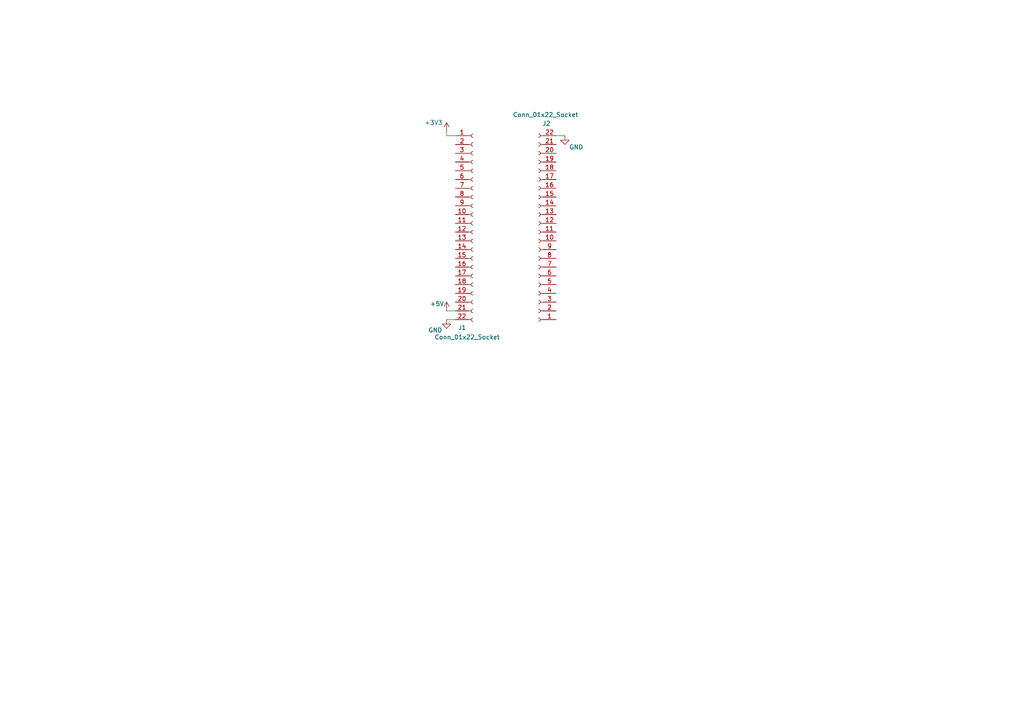
<source format=kicad_sch>
(kicad_sch (version 20250114) (generator "eeschema") (generator_version "9.0")
  (paper "A4")
  (lib_symbols
    (symbol "Connector:Conn_01x22_Socket" (pin_names (offset 1.016) (hide yes))
      (property "Reference" "J" (at 0 27.94 0))
      (property "Value" "Conn_01x22_Socket" (at 0 -30.48 0))
      (symbol "Conn_01x22_Socket_1_1"
        (polyline (pts (xy -1.27 25.4) (xy -0.508 25.4)) (stroke (width 0.1524)))
        (polyline (pts (xy -1.27 22.86) (xy -0.508 22.86)) (stroke (width 0.1524)))
        (polyline (pts (xy -1.27 20.32) (xy -0.508 20.32)) (stroke (width 0.1524)))
        (polyline (pts (xy -1.27 17.78) (xy -0.508 17.78)) (stroke (width 0.1524)))
        (polyline (pts (xy -1.27 15.24) (xy -0.508 15.24)) (stroke (width 0.1524)))
        (polyline (pts (xy -1.27 12.7) (xy -0.508 12.7)) (stroke (width 0.1524)))
        (polyline (pts (xy -1.27 10.16) (xy -0.508 10.16)) (stroke (width 0.1524)))
        (polyline (pts (xy -1.27 7.62) (xy -0.508 7.62)) (stroke (width 0.1524)))
        (polyline (pts (xy -1.27 5.08) (xy -0.508 5.08)) (stroke (width 0.1524)))
        (polyline (pts (xy -1.27 2.54) (xy -0.508 2.54)) (stroke (width 0.1524)))
        (polyline (pts (xy -1.27 0) (xy -0.508 0)) (stroke (width 0.1524)))
        (polyline (pts (xy -1.27 -2.54) (xy -0.508 -2.54)) (stroke (width 0.1524)))
        (polyline (pts (xy -1.27 -5.08) (xy -0.508 -5.08)) (stroke (width 0.1524)))
        (polyline (pts (xy -1.27 -7.62) (xy -0.508 -7.62)) (stroke (width 0.1524)))
        (polyline (pts (xy -1.27 -10.16) (xy -0.508 -10.16)) (stroke (width 0.1524)))
        (polyline (pts (xy -1.27 -12.7) (xy -0.508 -12.7)) (stroke (width 0.1524)))
        (polyline (pts (xy -1.27 -15.24) (xy -0.508 -15.24)) (stroke (width 0.1524)))
        (polyline (pts (xy -1.27 -17.78) (xy -0.508 -17.78)) (stroke (width 0.1524)))
        (polyline (pts (xy -1.27 -20.32) (xy -0.508 -20.32)) (stroke (width 0.1524)))
        (polyline (pts (xy -1.27 -22.86) (xy -0.508 -22.86)) (stroke (width 0.1524)))
        (polyline (pts (xy -1.27 -25.4) (xy -0.508 -25.4)) (stroke (width 0.1524)))
        (polyline (pts (xy -1.27 -27.94) (xy -0.508 -27.94)) (stroke (width 0.1524)))
        (arc (start 0 24.892) (mid -0.5058 25.4) (end 0 25.908) (stroke (width 0.1524)))
        (arc (start 0 22.352) (mid -0.5058 22.86) (end 0 23.368) (stroke (width 0.1524)))
        (arc (start 0 19.812) (mid -0.5058 20.32) (end 0 20.828) (stroke (width 0.1524)))
        (arc (start 0 17.272) (mid -0.5058 17.78) (end 0 18.288) (stroke (width 0.1524)))
        (arc (start 0 14.732) (mid -0.5058 15.24) (end 0 15.748) (stroke (width 0.1524)))
        (arc (start 0 12.192) (mid -0.5058 12.7) (end 0 13.208) (stroke (width 0.1524)))
        (arc (start 0 9.652) (mid -0.5058 10.16) (end 0 10.668) (stroke (width 0.1524)))
        (arc (start 0 7.112) (mid -0.5058 7.62) (end 0 8.128) (stroke (width 0.1524)))
        (arc (start 0 4.572) (mid -0.5058 5.08) (end 0 5.588) (stroke (width 0.1524)))
        (arc (start 0 2.032) (mid -0.5058 2.54) (end 0 3.048) (stroke (width 0.1524)))
        (arc (start 0 -0.508) (mid -0.5058 0) (end 0 0.508) (stroke (width 0.1524)))
        (arc (start 0 -3.048) (mid -0.5058 -2.54) (end 0 -2.032) (stroke (width 0.1524)))
        (arc (start 0 -5.588) (mid -0.5058 -5.08) (end 0 -4.572) (stroke (width 0.1524)))
        (arc (start 0 -8.128) (mid -0.5058 -7.62) (end 0 -7.112) (stroke (width 0.1524)))
        (arc (start 0 -10.668) (mid -0.5058 -10.16) (end 0 -9.652) (stroke (width 0.1524)))
        (arc (start 0 -13.208) (mid -0.5058 -12.7) (end 0 -12.192) (stroke (width 0.1524)))
        (arc (start 0 -15.748) (mid -0.5058 -15.24) (end 0 -14.732) (stroke (width 0.1524)))
        (arc (start 0 -18.288) (mid -0.5058 -17.78) (end 0 -17.272) (stroke (width 0.1524)))
        (arc (start 0 -20.828) (mid -0.5058 -20.32) (end 0 -19.812) (stroke (width 0.1524)))
        (arc (start 0 -23.368) (mid -0.5058 -22.86) (end 0 -22.352) (stroke (width 0.1524)))
        (arc (start 0 -25.908) (mid -0.5058 -25.4) (end 0 -24.892) (stroke (width 0.1524)))
        (arc (start 0 -28.448) (mid -0.5058 -27.94) (end 0 -27.432) (stroke (width 0.1524)))
        (pin passive line (at -5.08 25.4 0) (length 3.81) (name "Pin_1") (number "1"))
        (pin passive line (at -5.08 22.86 0) (length 3.81) (name "Pin_2") (number "2"))
        (pin passive line (at -5.08 20.32 0) (length 3.81) (name "Pin_3") (number "3"))
        (pin passive line (at -5.08 17.78 0) (length 3.81) (name "Pin_4") (number "4"))
        (pin passive line (at -5.08 15.24 0) (length 3.81) (name "Pin_5") (number "5"))
        (pin passive line (at -5.08 12.7 0) (length 3.81) (name "Pin_6") (number "6"))
        (pin passive line (at -5.08 10.16 0) (length 3.81) (name "Pin_7") (number "7"))
        (pin passive line (at -5.08 7.62 0) (length 3.81) (name "Pin_8") (number "8"))
        (pin passive line (at -5.08 5.08 0) (length 3.81) (name "Pin_9") (number "9"))
        (pin passive line (at -5.08 2.54 0) (length 3.81) (name "Pin_10") (number "10"))
        (pin passive line (at -5.08 0 0) (length 3.81) (name "Pin_11") (number "11"))
        (pin passive line (at -5.08 -2.54 0) (length 3.81) (name "Pin_12") (number "12"))
        (pin passive line (at -5.08 -5.08 0) (length 3.81) (name "Pin_13") (number "13"))
        (pin passive line (at -5.08 -7.62 0) (length 3.81) (name "Pin_14") (number "14"))
        (pin passive line (at -5.08 -10.16 0) (length 3.81) (name "Pin_15") (number "15"))
        (pin passive line (at -5.08 -12.7 0) (length 3.81) (name "Pin_16") (number "16"))
        (pin passive line (at -5.08 -15.24 0) (length 3.81) (name "Pin_17") (number "17"))
        (pin passive line (at -5.08 -17.78 0) (length 3.81) (name "Pin_18") (number "18"))
        (pin passive line (at -5.08 -20.32 0) (length 3.81) (name "Pin_19") (number "19"))
        (pin passive line (at -5.08 -22.86 0) (length 3.81) (name "Pin_20") (number "20"))
        (pin passive line (at -5.08 -25.4 0) (length 3.81) (name "Pin_21") (number "21"))
        (pin passive line (at -5.08 -27.94 0) (length 3.81) (name "Pin_22") (number "22"))
      )
    )
    (symbol "power:+3V3" (power) (pin_numbers (hide yes)) (pin_names (offset 0) (hide yes))
      (property "Value" "+3V3" (at 0 3.556 0))
      (symbol "+3V3_0_1"
        (polyline (pts (xy -0.762 1.27) (xy 0 2.54)))
        (polyline (pts (xy 0 2.54) (xy 0.762 1.27)))
        (polyline (pts (xy 0 0) (xy 0 2.54)))
      )
      (symbol "+3V3_1_1"
        (pin power_in line (at 0 0 90) (length 0) (name "~") (number "1"))
      )
    )
    (symbol "power:+5V" (power) (pin_numbers (hide yes)) (pin_names (offset 0) (hide yes))
      (property "Value" "+5V" (at 0 3.556 0))
      (symbol "+5V_0_1"
        (polyline (pts (xy -0.762 1.27) (xy 0 2.54)))
        (polyline (pts (xy 0 2.54) (xy 0.762 1.27)))
        (polyline (pts (xy 0 0) (xy 0 2.54)))
      )
      (symbol "+5V_1_1"
        (pin power_in line (at 0 0 90) (length 0) (name "~") (number "1"))
      )
    )
    (symbol "power:GND" (power) (pin_numbers (hide yes)) (pin_names (offset 0) (hide yes))
      (property "Value" "GND" (at 0 -3.81 0))
      (symbol "GND_0_1"
        (polyline (pts (xy 0 0) (xy 0 -1.27) (xy 1.27 -1.27) (xy 0 -2.54) (xy -1.27 -1.27) (xy 0 -1.27)))
      )
      (symbol "GND_1_1"
        (pin power_in line (at 0 0 270) (length 0) (name "~") (number "1"))
      )
    )
  )
  (wire (pts (xy 129.54 39.37) (xy 132.08 39.37)))
  (wire (pts (xy 129.54 90.17) (xy 132.08 90.17)))
  (wire (pts (xy 129.54 38.1) (xy 129.54 39.37)))
  (wire (pts (xy 161.29 39.37) (xy 163.83 39.37)))
  (wire (pts (xy 129.54 92.71) (xy 132.08 92.71)))
  (symbol (lib_id "power:GND") (at 129.54 92.71 0) (unit 1)
    (property "Reference" "#PWR03" (effects (hide yes)))
    (property "Value" "GND" (at 126.238 95.758 0))
    (property "Description" "Power symbol creates a global label with name \"GND\" , ground" (effects (hide yes)))
  )
  (symbol (lib_id "Connector:Conn_01x22_Socket") (at 156.21 67.31 180) (unit 1)
    (property "Reference" "J2" (at 158.496 35.814 0))
    (property "Value" "Conn_01x22_Socket" (at 158.242 33.274 0))
    (property "Description" "Generic connector, single row, 01x22, script generated" (effects (hide yes)))
  )
  (symbol (lib_id "power:+5V") (at 129.54 90.17 0) (unit 1)
    (property "Reference" "#PWR02" (effects (hide yes)))
    (property "Value" "+5V" (at 126.746 88.138 0))
    (property "Description" "Power symbol creates a global label with name \"+5V\"" (effects (hide yes)))
  )
  (symbol (lib_id "power:+3V3") (at 129.54 38.1 0) (unit 1)
    (property "Reference" "#PWR01" (effects (hide yes)))
    (property "Value" "+3V3" (at 125.73 35.56 0))
    (property "Description" "Power symbol creates a global label with name \"+3V3\"" (effects (hide yes)))
  )
  (symbol (lib_id "power:GND") (at 163.83 39.37 0) (unit 1)
    (property "Reference" "#PWR05" (effects (hide yes)))
    (property "Value" "GND" (at 167.132 42.672 0))
    (property "Description" "Power symbol creates a global label with name \"GND\" , ground" (effects (hide yes)))
  )
  (symbol (lib_id "Connector:Conn_01x22_Socket") (at 137.16 64.77 0) (unit 1)
    (property "Reference" "J1" (at 132.842 94.996 0) (effects (justify left)))
    (property "Value" "Conn_01x22_Socket" (at 125.984 97.79 0) (effects (justify left)))
    (property "Description" "Generic connector, single row, 01x22, script generated" (effects (hide yes)))
  )
)
</source>
